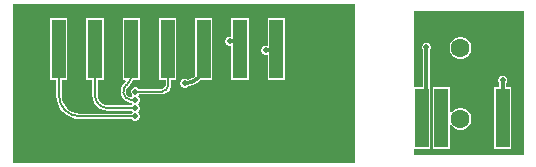
<source format=gbl>
G04*
G04 #@! TF.GenerationSoftware,Altium Limited,Altium Designer,22.10.1 (41)*
G04*
G04 Layer_Physical_Order=2*
G04 Layer_Color=14443620*
%FSLAX25Y25*%
%MOIN*%
G70*
G04*
G04 #@! TF.SameCoordinates,35FDAC58-FA5E-4571-A4AC-5025684A0D72*
G04*
G04*
G04 #@! TF.FilePolarity,Positive*
G04*
G01*
G75*
%ADD19C,0.06299*%
%ADD20C,0.00800*%
%ADD21C,0.01200*%
%ADD22C,0.02000*%
%ADD23R,0.04724X0.19685*%
G36*
X-19685Y-26575D02*
X-133858D01*
Y26575D01*
X-19685D01*
Y-26575D01*
D02*
G37*
G36*
X36500Y-24000D02*
X0D01*
Y-21843D01*
X5362D01*
Y-1158D01*
X5122D01*
Y11000D01*
X5272Y11150D01*
X5500Y11702D01*
Y12298D01*
X5272Y12850D01*
X4850Y13272D01*
X4298Y13500D01*
X3702D01*
X3150Y13272D01*
X2728Y12850D01*
X2500Y12298D01*
Y11702D01*
X2728Y11150D01*
X2878Y11000D01*
Y-1158D01*
X0D01*
Y24000D01*
X36500D01*
Y-24000D01*
D02*
G37*
%LPC*%
G36*
X-67352Y21843D02*
X-73076D01*
Y2439D01*
X-73910Y1800D01*
X-75159Y1282D01*
X-75603Y1224D01*
X-75650Y1272D01*
X-76202Y1500D01*
X-76798D01*
X-77350Y1272D01*
X-77772Y850D01*
X-78000Y298D01*
Y-298D01*
X-77772Y-850D01*
X-77350Y-1272D01*
X-76798Y-1500D01*
X-76202D01*
X-75650Y-1272D01*
X-75407Y-1028D01*
X-75052Y-993D01*
X-73660Y-571D01*
X-72377Y115D01*
X-71252Y1038D01*
X-71154Y1158D01*
X-67352D01*
Y21843D01*
D02*
G37*
G36*
X-43209D02*
X-48934D01*
Y12679D01*
X-49202Y12500D01*
X-49798D01*
X-50350Y12272D01*
X-50772Y11850D01*
X-51000Y11298D01*
Y10702D01*
X-50772Y10150D01*
X-50350Y9728D01*
X-49798Y9500D01*
X-49202D01*
X-48934Y9321D01*
Y1158D01*
X-43209D01*
Y21843D01*
D02*
G37*
G36*
X-55281D02*
X-61005D01*
Y15631D01*
X-61202Y15500D01*
X-61798D01*
X-62350Y15272D01*
X-62772Y14850D01*
X-63000Y14298D01*
Y13702D01*
X-62772Y13150D01*
X-62350Y12728D01*
X-61798Y12500D01*
X-61202D01*
X-61005Y12369D01*
Y1158D01*
X-55281D01*
Y21843D01*
D02*
G37*
G36*
X-79423D02*
X-85148D01*
Y1158D01*
X-82918D01*
Y-500D01*
X-82924D01*
X-83026Y-1010D01*
X-83314Y-1441D01*
X-83746Y-1730D01*
X-84256Y-1832D01*
Y-1838D01*
X-91796D01*
X-92150Y-1484D01*
X-92702Y-1256D01*
X-93298D01*
X-93850Y-1484D01*
X-94272Y-1906D01*
X-94500Y-2458D01*
Y-3054D01*
X-94272Y-3606D01*
X-94070Y-3807D01*
X-93978Y-3988D01*
X-94196Y-4492D01*
X-94488Y-4592D01*
X-95098Y-4471D01*
X-95614Y-4126D01*
X-95959Y-3609D01*
X-95983Y-3489D01*
X-96073Y-3000D01*
X-96073D01*
X-96073Y-3000D01*
X-95981Y-2303D01*
X-95712Y-1653D01*
X-95284Y-1095D01*
X-95290Y-1088D01*
X-94851Y-649D01*
X-94834Y-666D01*
X-94065Y337D01*
X-93725Y1158D01*
X-91495D01*
Y21843D01*
X-97219D01*
Y1158D01*
X-96332D01*
X-96111Y709D01*
X-96154Y654D01*
X-96149Y649D01*
X-96588Y209D01*
X-96603Y225D01*
X-97328Y-720D01*
X-97784Y-1820D01*
X-97939Y-3000D01*
X-97929D01*
X-97812Y-3891D01*
X-97468Y-4721D01*
X-96921Y-5433D01*
X-96209Y-5980D01*
X-95379Y-6324D01*
X-94488Y-6441D01*
Y-6441D01*
X-94200Y-6536D01*
X-94030Y-6922D01*
X-94321Y-7350D01*
X-102232D01*
Y-7346D01*
X-103098Y-7232D01*
X-103905Y-6898D01*
X-104598Y-6366D01*
X-105130Y-5673D01*
X-105465Y-4866D01*
X-105579Y-4000D01*
X-105582D01*
Y1158D01*
X-103566D01*
Y21843D01*
X-109291D01*
Y1158D01*
X-107418D01*
Y-4000D01*
X-107445D01*
X-107267Y-5349D01*
X-106746Y-6606D01*
X-105918Y-7686D01*
X-104838Y-8514D01*
X-103581Y-9035D01*
X-102232Y-9212D01*
Y-9185D01*
X-94204D01*
X-94070Y-9319D01*
X-93904Y-9646D01*
X-94070Y-9972D01*
X-94204Y-10106D01*
X-111476D01*
Y-10103D01*
X-112667Y-9986D01*
X-113812Y-9639D01*
X-114867Y-9075D01*
X-115792Y-8315D01*
X-116551Y-7391D01*
X-117115Y-6335D01*
X-117462Y-5191D01*
X-117579Y-4000D01*
X-117582D01*
Y1158D01*
X-115638D01*
Y21843D01*
X-121362D01*
Y1158D01*
X-119418D01*
Y-4000D01*
X-119438D01*
X-119285Y-5553D01*
X-118832Y-7047D01*
X-118096Y-8423D01*
X-117106Y-9630D01*
X-115900Y-10620D01*
X-114523Y-11356D01*
X-113030Y-11809D01*
X-111476Y-11962D01*
Y-11941D01*
X-94204D01*
X-93850Y-12295D01*
X-93298Y-12524D01*
X-92702D01*
X-92150Y-12295D01*
X-91728Y-11873D01*
X-91500Y-11322D01*
Y-10725D01*
X-91728Y-10174D01*
X-91930Y-9972D01*
X-92096Y-9646D01*
X-91930Y-9319D01*
X-91728Y-9117D01*
X-91500Y-8566D01*
Y-7969D01*
X-91728Y-7418D01*
X-91930Y-7216D01*
X-92096Y-6890D01*
X-91930Y-6563D01*
X-91728Y-6362D01*
X-91500Y-5810D01*
Y-5213D01*
X-91728Y-4662D01*
X-91930Y-4461D01*
X-92096Y-4134D01*
X-91930Y-3807D01*
X-91796Y-3674D01*
X-84256D01*
Y-3683D01*
X-83432Y-3575D01*
X-82664Y-3257D01*
X-82005Y-2751D01*
X-81499Y-2092D01*
X-81181Y-1324D01*
X-81073Y-500D01*
X-81082D01*
Y1158D01*
X-79423D01*
Y21843D01*
D02*
G37*
G36*
X15854Y15461D02*
X14893D01*
X13964Y15212D01*
X13132Y14731D01*
X12453Y14052D01*
X11972Y13220D01*
X11723Y12291D01*
Y11331D01*
X11972Y10402D01*
X12453Y9570D01*
X13132Y8891D01*
X13964Y8410D01*
X14893Y8161D01*
X15854D01*
X16782Y8410D01*
X17614Y8891D01*
X18293Y9570D01*
X18774Y10402D01*
X19023Y11331D01*
Y12291D01*
X18774Y13220D01*
X18293Y14052D01*
X17614Y14731D01*
X16782Y15212D01*
X15854Y15461D01*
D02*
G37*
G36*
X11862Y-1158D02*
X6138D01*
Y-21843D01*
X11862D01*
Y-14029D01*
X12362Y-13895D01*
X12453Y-14052D01*
X13132Y-14731D01*
X13964Y-15212D01*
X14893Y-15461D01*
X15854D01*
X16782Y-15212D01*
X17614Y-14731D01*
X18293Y-14052D01*
X18774Y-13220D01*
X19023Y-12291D01*
Y-11331D01*
X18774Y-10402D01*
X18293Y-9570D01*
X17614Y-8891D01*
X16782Y-8410D01*
X15854Y-8161D01*
X14893D01*
X13964Y-8410D01*
X13132Y-8891D01*
X12453Y-9570D01*
X12362Y-9727D01*
X11862Y-9593D01*
Y-1158D01*
D02*
G37*
G36*
X29798Y2500D02*
X29202D01*
X28650Y2272D01*
X28228Y1850D01*
X28000Y1298D01*
Y702D01*
X28228Y150D01*
X28378Y0D01*
Y-1158D01*
X26638D01*
Y-21843D01*
X32362D01*
Y-1158D01*
X30622D01*
Y0D01*
X30772Y150D01*
X31000Y702D01*
Y1298D01*
X30772Y1850D01*
X30350Y2272D01*
X29798Y2500D01*
D02*
G37*
%LPD*%
D19*
X15373Y11811D02*
D03*
Y-11811D02*
D03*
D20*
X-82000Y11214D02*
G03*
X-82286Y11500I-286J0D01*
G01*
X-84256Y-2756D02*
G03*
X-82000Y-500I0J2256D01*
G01*
X-97000Y-3000D02*
G03*
X-94488Y-5512I2512J0D01*
G01*
X-95939Y-439D02*
G03*
X-97000Y-3000I2561J-2561D01*
G01*
X-95500Y0D02*
G03*
X-94357Y2759I-2759J2759D01*
G01*
X-106429Y11500D02*
G03*
X-106500Y11429I0J-71D01*
G01*
Y-4000D02*
G03*
X-102232Y-8268I4268J0D01*
G01*
X-118500Y-4000D02*
G03*
X-111476Y-11024I7024J0D01*
G01*
X-94357Y2759D02*
Y11500D01*
X-82000Y-500D02*
Y11214D01*
X-93000Y-2756D02*
X-84256D01*
X-95939Y-439D02*
X-95500Y0D01*
X-94488Y-5512D02*
X-93000D01*
X-106500Y-4000D02*
Y11429D01*
X-102232Y-8268D02*
X-93000D01*
X-118500Y-4000D02*
Y11500D01*
X-111476Y-11024D02*
X-93000D01*
D21*
X-76500Y-0D02*
G03*
X-70214Y6286I0J6286D01*
G01*
X8915Y-15820D02*
Y-11586D01*
X9000Y-11500D01*
X29500D02*
Y1000D01*
X4000Y-2258D02*
Y12000D01*
X3000Y-7000D02*
X4000Y-2258D01*
X-35762Y16500D02*
X-34000Y11500D01*
X-37500Y16500D02*
X-35762D01*
X-47834Y11000D02*
X-46071Y11500D01*
X-49500Y11000D02*
X-47834D01*
X-61500Y14000D02*
X-59905D01*
X-58143Y11500D01*
X-70214Y6286D02*
Y11500D01*
D22*
X8915Y-15820D02*
D03*
X29500Y1000D02*
D03*
X4000Y12000D02*
D03*
X-49500Y11000D02*
D03*
X-61500Y14000D02*
D03*
X-37500Y16500D02*
D03*
X-76500Y-0D02*
D03*
X-93000Y-2756D02*
D03*
Y-5512D02*
D03*
Y-11024D02*
D03*
Y-8268D02*
D03*
X34000Y21000D02*
D03*
Y18000D02*
D03*
Y15000D02*
D03*
Y12000D02*
D03*
Y9000D02*
D03*
Y6000D02*
D03*
Y3000D02*
D03*
Y0D02*
D03*
Y-3000D02*
D03*
Y-6000D02*
D03*
Y-9000D02*
D03*
Y-21000D02*
D03*
Y-18000D02*
D03*
Y-15000D02*
D03*
Y-12000D02*
D03*
X14500Y-4500D02*
D03*
Y-1500D02*
D03*
Y1500D02*
D03*
Y4500D02*
D03*
X18500Y-4500D02*
D03*
Y-1500D02*
D03*
Y1500D02*
D03*
Y4500D02*
D03*
X22500Y3500D02*
D03*
Y500D02*
D03*
D23*
X29500Y-11500D02*
D03*
X22500D02*
D03*
X2500D02*
D03*
X9000D02*
D03*
X-94357Y11500D02*
D03*
X-70214D02*
D03*
X-106429D02*
D03*
X-118500D02*
D03*
X-82286D02*
D03*
X-46071D02*
D03*
X-34000D02*
D03*
X-58143D02*
D03*
M02*

</source>
